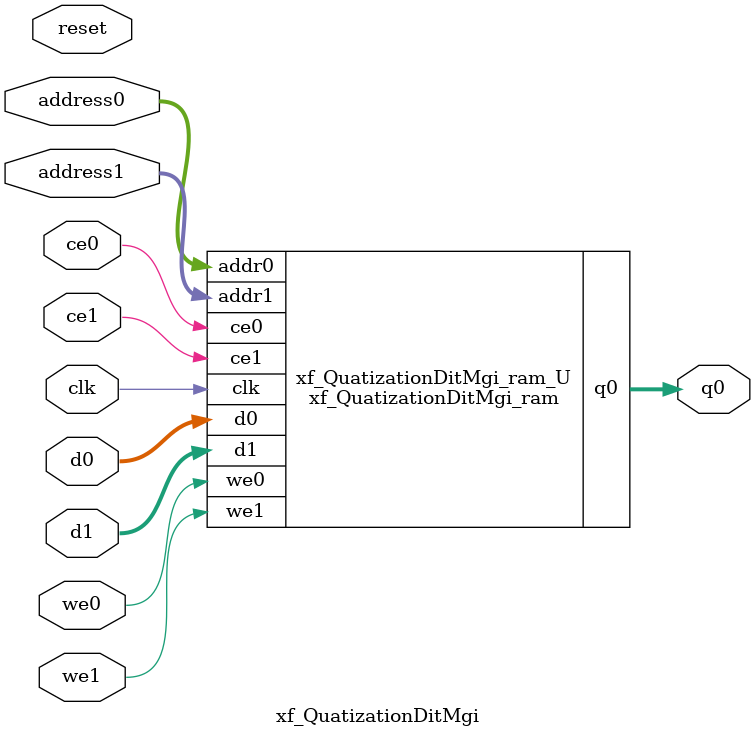
<source format=v>
`timescale 1 ns / 1 ps
module xf_QuatizationDitMgi_ram (addr0, ce0, d0, we0, q0, addr1, ce1, d1, we1,  clk);

parameter DWIDTH = 9;
parameter AWIDTH = 10;
parameter MEM_SIZE = 960;

input[AWIDTH-1:0] addr0;
input ce0;
input[DWIDTH-1:0] d0;
input we0;
output reg[DWIDTH-1:0] q0;
input[AWIDTH-1:0] addr1;
input ce1;
input[DWIDTH-1:0] d1;
input we1;
input clk;

(* ram_style = "block" *)reg [DWIDTH-1:0] ram[0:MEM_SIZE-1];




always @(posedge clk)  
begin 
    if (ce0) begin
        if (we0) 
            ram[addr0] <= d0; 
        q0 <= ram[addr0];
    end
end


always @(posedge clk)  
begin 
    if (ce1) begin
        if (we1) 
            ram[addr1] <= d1; 
    end
end


endmodule

`timescale 1 ns / 1 ps
module xf_QuatizationDitMgi(
    reset,
    clk,
    address0,
    ce0,
    we0,
    d0,
    q0,
    address1,
    ce1,
    we1,
    d1);

parameter DataWidth = 32'd9;
parameter AddressRange = 32'd960;
parameter AddressWidth = 32'd10;
input reset;
input clk;
input[AddressWidth - 1:0] address0;
input ce0;
input we0;
input[DataWidth - 1:0] d0;
output[DataWidth - 1:0] q0;
input[AddressWidth - 1:0] address1;
input ce1;
input we1;
input[DataWidth - 1:0] d1;



xf_QuatizationDitMgi_ram xf_QuatizationDitMgi_ram_U(
    .clk( clk ),
    .addr0( address0 ),
    .ce0( ce0 ),
    .we0( we0 ),
    .d0( d0 ),
    .q0( q0 ),
    .addr1( address1 ),
    .ce1( ce1 ),
    .we1( we1 ),
    .d1( d1 ));

endmodule


</source>
